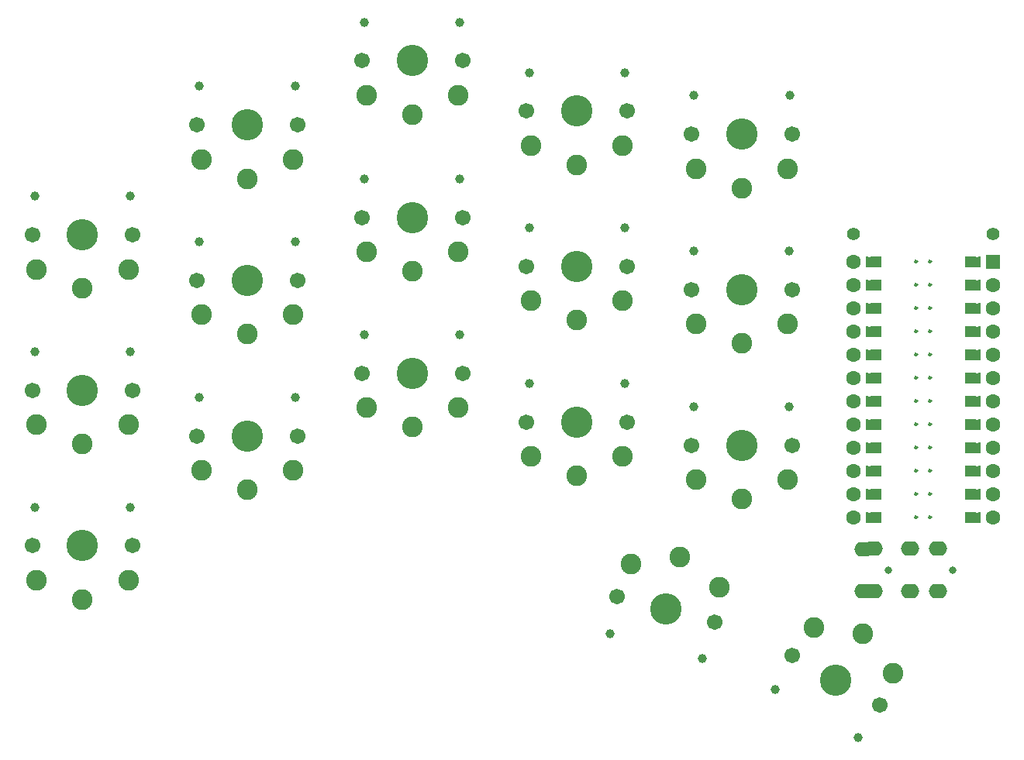
<source format=gbr>
%TF.GenerationSoftware,KiCad,Pcbnew,7.0.2*%
%TF.CreationDate,2023-04-26T17:48:06+02:00*%
%TF.ProjectId,half-swept,68616c66-2d73-4776-9570-742e6b696361,rev?*%
%TF.SameCoordinates,Original*%
%TF.FileFunction,Soldermask,Bot*%
%TF.FilePolarity,Negative*%
%FSLAX46Y46*%
G04 Gerber Fmt 4.6, Leading zero omitted, Abs format (unit mm)*
G04 Created by KiCad (PCBNEW 7.0.2) date 2023-04-26 17:48:06*
%MOMM*%
%LPD*%
G01*
G04 APERTURE LIST*
G04 Aperture macros list*
%AMFreePoly0*
4,1,6,0.600000,0.200000,0.000000,-0.400000,-0.600000,0.200000,-0.600000,0.400000,0.600000,0.400000,0.600000,0.200000,0.600000,0.200000,$1*%
%AMFreePoly1*
4,1,6,0.600000,-0.250000,-0.600000,-0.250000,-0.600000,1.000000,0.000000,0.400000,0.600000,1.000000,0.600000,-0.250000,0.600000,-0.250000,$1*%
G04 Aperture macros list end*
%ADD10C,0.250000*%
%ADD11C,0.100000*%
%ADD12C,1.397000*%
%ADD13C,0.800000*%
%ADD14O,2.000000X1.600000*%
%ADD15C,1.701800*%
%ADD16C,0.990600*%
%ADD17C,3.429000*%
%ADD18C,2.262000*%
%ADD19C,1.600000*%
%ADD20R,1.600000X1.600000*%
%ADD21FreePoly0,270.000000*%
%ADD22FreePoly0,90.000000*%
%ADD23FreePoly1,270.000000*%
%ADD24FreePoly1,90.000000*%
G04 APERTURE END LIST*
D10*
%TO.C,U1*%
X119759000Y-49022000D02*
G75*
G03*
X119759000Y-49022000I-125000J0D01*
G01*
X118235000Y-49022000D02*
G75*
G03*
X118235000Y-49022000I-125000J0D01*
G01*
X119759000Y-51562000D02*
G75*
G03*
X119759000Y-51562000I-125000J0D01*
G01*
X118235000Y-51562000D02*
G75*
G03*
X118235000Y-51562000I-125000J0D01*
G01*
X119759000Y-54102000D02*
G75*
G03*
X119759000Y-54102000I-125000J0D01*
G01*
X118235000Y-54102000D02*
G75*
G03*
X118235000Y-54102000I-125000J0D01*
G01*
X119759000Y-56642000D02*
G75*
G03*
X119759000Y-56642000I-125000J0D01*
G01*
X118235000Y-56642000D02*
G75*
G03*
X118235000Y-56642000I-125000J0D01*
G01*
X119759000Y-59182000D02*
G75*
G03*
X119759000Y-59182000I-125000J0D01*
G01*
X118235000Y-59182000D02*
G75*
G03*
X118235000Y-59182000I-125000J0D01*
G01*
X119759000Y-61722000D02*
G75*
G03*
X119759000Y-61722000I-125000J0D01*
G01*
X118235000Y-61722000D02*
G75*
G03*
X118235000Y-61722000I-125000J0D01*
G01*
X119759000Y-64262000D02*
G75*
G03*
X119759000Y-64262000I-125000J0D01*
G01*
X118235000Y-64262000D02*
G75*
G03*
X118235000Y-64262000I-125000J0D01*
G01*
X119759000Y-66802000D02*
G75*
G03*
X119759000Y-66802000I-125000J0D01*
G01*
X118235000Y-66802000D02*
G75*
G03*
X118235000Y-66802000I-125000J0D01*
G01*
X119759000Y-69342000D02*
G75*
G03*
X119759000Y-69342000I-125000J0D01*
G01*
X118235000Y-69342000D02*
G75*
G03*
X118235000Y-69342000I-125000J0D01*
G01*
X119759000Y-71882000D02*
G75*
G03*
X119759000Y-71882000I-125000J0D01*
G01*
X118235000Y-71882000D02*
G75*
G03*
X118235000Y-71882000I-125000J0D01*
G01*
X119759000Y-74422000D02*
G75*
G03*
X119759000Y-74422000I-125000J0D01*
G01*
X118235000Y-74422000D02*
G75*
G03*
X118235000Y-74422000I-125000J0D01*
G01*
X119759000Y-76962000D02*
G75*
G03*
X119759000Y-76962000I-125000J0D01*
G01*
X118235000Y-76962000D02*
G75*
G03*
X118235000Y-76962000I-125000J0D01*
G01*
D11*
X113792000Y-49530000D02*
X112776000Y-49530000D01*
X112776000Y-48514000D01*
X113792000Y-48514000D01*
X113792000Y-49530000D01*
G36*
X113792000Y-49530000D02*
G01*
X112776000Y-49530000D01*
X112776000Y-48514000D01*
X113792000Y-48514000D01*
X113792000Y-49530000D01*
G37*
X124968000Y-49530000D02*
X123952000Y-49530000D01*
X123952000Y-48514000D01*
X124968000Y-48514000D01*
X124968000Y-49530000D01*
G36*
X124968000Y-49530000D02*
G01*
X123952000Y-49530000D01*
X123952000Y-48514000D01*
X124968000Y-48514000D01*
X124968000Y-49530000D01*
G37*
X113792000Y-52070000D02*
X112776000Y-52070000D01*
X112776000Y-51054000D01*
X113792000Y-51054000D01*
X113792000Y-52070000D01*
G36*
X113792000Y-52070000D02*
G01*
X112776000Y-52070000D01*
X112776000Y-51054000D01*
X113792000Y-51054000D01*
X113792000Y-52070000D01*
G37*
X124968000Y-52070000D02*
X123952000Y-52070000D01*
X123952000Y-51054000D01*
X124968000Y-51054000D01*
X124968000Y-52070000D01*
G36*
X124968000Y-52070000D02*
G01*
X123952000Y-52070000D01*
X123952000Y-51054000D01*
X124968000Y-51054000D01*
X124968000Y-52070000D01*
G37*
X113792000Y-54610000D02*
X112776000Y-54610000D01*
X112776000Y-53594000D01*
X113792000Y-53594000D01*
X113792000Y-54610000D01*
G36*
X113792000Y-54610000D02*
G01*
X112776000Y-54610000D01*
X112776000Y-53594000D01*
X113792000Y-53594000D01*
X113792000Y-54610000D01*
G37*
X124968000Y-54610000D02*
X123952000Y-54610000D01*
X123952000Y-53594000D01*
X124968000Y-53594000D01*
X124968000Y-54610000D01*
G36*
X124968000Y-54610000D02*
G01*
X123952000Y-54610000D01*
X123952000Y-53594000D01*
X124968000Y-53594000D01*
X124968000Y-54610000D01*
G37*
X113792000Y-57150000D02*
X112776000Y-57150000D01*
X112776000Y-56134000D01*
X113792000Y-56134000D01*
X113792000Y-57150000D01*
G36*
X113792000Y-57150000D02*
G01*
X112776000Y-57150000D01*
X112776000Y-56134000D01*
X113792000Y-56134000D01*
X113792000Y-57150000D01*
G37*
X124968000Y-57150000D02*
X123952000Y-57150000D01*
X123952000Y-56134000D01*
X124968000Y-56134000D01*
X124968000Y-57150000D01*
G36*
X124968000Y-57150000D02*
G01*
X123952000Y-57150000D01*
X123952000Y-56134000D01*
X124968000Y-56134000D01*
X124968000Y-57150000D01*
G37*
X113792000Y-59690000D02*
X112776000Y-59690000D01*
X112776000Y-58674000D01*
X113792000Y-58674000D01*
X113792000Y-59690000D01*
G36*
X113792000Y-59690000D02*
G01*
X112776000Y-59690000D01*
X112776000Y-58674000D01*
X113792000Y-58674000D01*
X113792000Y-59690000D01*
G37*
X124968000Y-59690000D02*
X123952000Y-59690000D01*
X123952000Y-58674000D01*
X124968000Y-58674000D01*
X124968000Y-59690000D01*
G36*
X124968000Y-59690000D02*
G01*
X123952000Y-59690000D01*
X123952000Y-58674000D01*
X124968000Y-58674000D01*
X124968000Y-59690000D01*
G37*
X113792000Y-62230000D02*
X112776000Y-62230000D01*
X112776000Y-61214000D01*
X113792000Y-61214000D01*
X113792000Y-62230000D01*
G36*
X113792000Y-62230000D02*
G01*
X112776000Y-62230000D01*
X112776000Y-61214000D01*
X113792000Y-61214000D01*
X113792000Y-62230000D01*
G37*
X124968000Y-62230000D02*
X123952000Y-62230000D01*
X123952000Y-61214000D01*
X124968000Y-61214000D01*
X124968000Y-62230000D01*
G36*
X124968000Y-62230000D02*
G01*
X123952000Y-62230000D01*
X123952000Y-61214000D01*
X124968000Y-61214000D01*
X124968000Y-62230000D01*
G37*
X113792000Y-64770000D02*
X112776000Y-64770000D01*
X112776000Y-63754000D01*
X113792000Y-63754000D01*
X113792000Y-64770000D01*
G36*
X113792000Y-64770000D02*
G01*
X112776000Y-64770000D01*
X112776000Y-63754000D01*
X113792000Y-63754000D01*
X113792000Y-64770000D01*
G37*
X124968000Y-64770000D02*
X123952000Y-64770000D01*
X123952000Y-63754000D01*
X124968000Y-63754000D01*
X124968000Y-64770000D01*
G36*
X124968000Y-64770000D02*
G01*
X123952000Y-64770000D01*
X123952000Y-63754000D01*
X124968000Y-63754000D01*
X124968000Y-64770000D01*
G37*
X113792000Y-67310000D02*
X112776000Y-67310000D01*
X112776000Y-66294000D01*
X113792000Y-66294000D01*
X113792000Y-67310000D01*
G36*
X113792000Y-67310000D02*
G01*
X112776000Y-67310000D01*
X112776000Y-66294000D01*
X113792000Y-66294000D01*
X113792000Y-67310000D01*
G37*
X124968000Y-67310000D02*
X123952000Y-67310000D01*
X123952000Y-66294000D01*
X124968000Y-66294000D01*
X124968000Y-67310000D01*
G36*
X124968000Y-67310000D02*
G01*
X123952000Y-67310000D01*
X123952000Y-66294000D01*
X124968000Y-66294000D01*
X124968000Y-67310000D01*
G37*
X113792000Y-69850000D02*
X112776000Y-69850000D01*
X112776000Y-68834000D01*
X113792000Y-68834000D01*
X113792000Y-69850000D01*
G36*
X113792000Y-69850000D02*
G01*
X112776000Y-69850000D01*
X112776000Y-68834000D01*
X113792000Y-68834000D01*
X113792000Y-69850000D01*
G37*
X124968000Y-69850000D02*
X123952000Y-69850000D01*
X123952000Y-68834000D01*
X124968000Y-68834000D01*
X124968000Y-69850000D01*
G36*
X124968000Y-69850000D02*
G01*
X123952000Y-69850000D01*
X123952000Y-68834000D01*
X124968000Y-68834000D01*
X124968000Y-69850000D01*
G37*
X113792000Y-72390000D02*
X112776000Y-72390000D01*
X112776000Y-71374000D01*
X113792000Y-71374000D01*
X113792000Y-72390000D01*
G36*
X113792000Y-72390000D02*
G01*
X112776000Y-72390000D01*
X112776000Y-71374000D01*
X113792000Y-71374000D01*
X113792000Y-72390000D01*
G37*
X124968000Y-72390000D02*
X123952000Y-72390000D01*
X123952000Y-71374000D01*
X124968000Y-71374000D01*
X124968000Y-72390000D01*
G36*
X124968000Y-72390000D02*
G01*
X123952000Y-72390000D01*
X123952000Y-71374000D01*
X124968000Y-71374000D01*
X124968000Y-72390000D01*
G37*
X113792000Y-74930000D02*
X112776000Y-74930000D01*
X112776000Y-73914000D01*
X113792000Y-73914000D01*
X113792000Y-74930000D01*
G36*
X113792000Y-74930000D02*
G01*
X112776000Y-74930000D01*
X112776000Y-73914000D01*
X113792000Y-73914000D01*
X113792000Y-74930000D01*
G37*
X124968000Y-74930000D02*
X123952000Y-74930000D01*
X123952000Y-73914000D01*
X124968000Y-73914000D01*
X124968000Y-74930000D01*
G36*
X124968000Y-74930000D02*
G01*
X123952000Y-74930000D01*
X123952000Y-73914000D01*
X124968000Y-73914000D01*
X124968000Y-74930000D01*
G37*
X113792000Y-77470000D02*
X112776000Y-77470000D01*
X112776000Y-76454000D01*
X113792000Y-76454000D01*
X113792000Y-77470000D01*
G36*
X113792000Y-77470000D02*
G01*
X112776000Y-77470000D01*
X112776000Y-76454000D01*
X113792000Y-76454000D01*
X113792000Y-77470000D01*
G37*
X124968000Y-77470000D02*
X123952000Y-77470000D01*
X123952000Y-76454000D01*
X124968000Y-76454000D01*
X124968000Y-77470000D01*
G36*
X124968000Y-77470000D02*
G01*
X123952000Y-77470000D01*
X123952000Y-76454000D01*
X124968000Y-76454000D01*
X124968000Y-77470000D01*
G37*
%TD*%
D12*
%TO.C,B+*%
X126492000Y-45974000D03*
%TD*%
%TO.C,B-*%
X111252000Y-45974000D03*
%TD*%
D13*
%TO.C,J2*%
X122098000Y-82750000D03*
X115098000Y-82750000D03*
D14*
X117478000Y-80420000D03*
X117498000Y-85050000D03*
X120478000Y-80420000D03*
X120498000Y-85050000D03*
X112398000Y-80450000D03*
X112378000Y-85020000D03*
X113478000Y-80420000D03*
X113498000Y-85050000D03*
%TD*%
D15*
%TO.C,SW1*%
X21580000Y-46080000D03*
D16*
X21860000Y-41880000D03*
D17*
X27080000Y-46080000D03*
D16*
X32300000Y-41880000D03*
D15*
X32580000Y-46080000D03*
D18*
X27080000Y-51980000D03*
X22080000Y-49880000D03*
X32080000Y-49880000D03*
%TD*%
D15*
%TO.C,SW2*%
X39580000Y-34080000D03*
D16*
X39860000Y-29880000D03*
D17*
X45080000Y-34080000D03*
D16*
X50300000Y-29880000D03*
D15*
X50580000Y-34080000D03*
D18*
X45080000Y-39980000D03*
X40080000Y-37880000D03*
X50080000Y-37880000D03*
%TD*%
D15*
%TO.C,SW3*%
X57580000Y-27080000D03*
D16*
X57860000Y-22880000D03*
D17*
X63080000Y-27080000D03*
D16*
X68300000Y-22880000D03*
D15*
X68580000Y-27080000D03*
D18*
X63080000Y-32980000D03*
X58080000Y-30880000D03*
X68080000Y-30880000D03*
%TD*%
D15*
%TO.C,SW4*%
X75580000Y-32580000D03*
D16*
X75860000Y-28380000D03*
D17*
X81080000Y-32580000D03*
D16*
X86300000Y-28380000D03*
D15*
X86580000Y-32580000D03*
D18*
X81080000Y-38480000D03*
X76080000Y-36380000D03*
X86080000Y-36380000D03*
%TD*%
D15*
%TO.C,SW5*%
X93580000Y-35080000D03*
D16*
X93860000Y-30880000D03*
D17*
X99080000Y-35080000D03*
D16*
X104300000Y-30880000D03*
D15*
X104580000Y-35080000D03*
D18*
X99080000Y-40980000D03*
X94080000Y-38880000D03*
X104080000Y-38880000D03*
%TD*%
D15*
%TO.C,SW6*%
X21580000Y-63080000D03*
D16*
X21860000Y-58880000D03*
D17*
X27080000Y-63080000D03*
D16*
X32300000Y-58880000D03*
D15*
X32580000Y-63080000D03*
D18*
X27080000Y-68980000D03*
X22080000Y-66880000D03*
X32080000Y-66880000D03*
%TD*%
D15*
%TO.C,SW7*%
X39580000Y-51054000D03*
D16*
X39860000Y-46854000D03*
D17*
X45080000Y-51054000D03*
D16*
X50300000Y-46854000D03*
D15*
X50580000Y-51054000D03*
D18*
X45080000Y-56954000D03*
X40080000Y-54854000D03*
X50080000Y-54854000D03*
%TD*%
D15*
%TO.C,SW8*%
X57580000Y-44196000D03*
D16*
X57860000Y-39996000D03*
D17*
X63080000Y-44196000D03*
D16*
X68300000Y-39996000D03*
D15*
X68580000Y-44196000D03*
D18*
X63080000Y-50096000D03*
X58080000Y-47996000D03*
X68080000Y-47996000D03*
%TD*%
D15*
%TO.C,SW9*%
X75580000Y-49530000D03*
D16*
X75860000Y-45330000D03*
D17*
X81080000Y-49530000D03*
D16*
X86300000Y-45330000D03*
D15*
X86580000Y-49530000D03*
D18*
X81080000Y-55430000D03*
X76080000Y-53330000D03*
X86080000Y-53330000D03*
%TD*%
D15*
%TO.C,SW10*%
X93560000Y-52070000D03*
D16*
X93840000Y-47870000D03*
D17*
X99060000Y-52070000D03*
D16*
X104280000Y-47870000D03*
D15*
X104560000Y-52070000D03*
D18*
X99060000Y-57970000D03*
X94060000Y-55870000D03*
X104060000Y-55870000D03*
%TD*%
D15*
%TO.C,SW11*%
X21580000Y-80080000D03*
D16*
X21860000Y-75880000D03*
D17*
X27080000Y-80080000D03*
D16*
X32300000Y-75880000D03*
D15*
X32580000Y-80080000D03*
D18*
X27080000Y-85980000D03*
X22080000Y-83880000D03*
X32080000Y-83880000D03*
%TD*%
D15*
%TO.C,SW12*%
X39580000Y-68072000D03*
D16*
X39860000Y-63872000D03*
D17*
X45080000Y-68072000D03*
D16*
X50300000Y-63872000D03*
D15*
X50580000Y-68072000D03*
D18*
X45080000Y-73972000D03*
X40080000Y-71872000D03*
X50080000Y-71872000D03*
%TD*%
D15*
%TO.C,SW13*%
X57580000Y-61214000D03*
D16*
X57860000Y-57014000D03*
D17*
X63080000Y-61214000D03*
D16*
X68300000Y-57014000D03*
D15*
X68580000Y-61214000D03*
D18*
X63080000Y-67114000D03*
X58080000Y-65014000D03*
X68080000Y-65014000D03*
%TD*%
D15*
%TO.C,SW14*%
X75580000Y-66548000D03*
D16*
X75860000Y-62348000D03*
D17*
X81080000Y-66548000D03*
D16*
X86300000Y-62348000D03*
D15*
X86580000Y-66548000D03*
D18*
X81080000Y-72448000D03*
X76080000Y-70348000D03*
X86080000Y-70348000D03*
%TD*%
D15*
%TO.C,SW15*%
X93560000Y-69088000D03*
D16*
X93840000Y-64888000D03*
D17*
X99060000Y-69088000D03*
D16*
X104280000Y-64888000D03*
D15*
X104560000Y-69088000D03*
D18*
X99060000Y-74988000D03*
X94060000Y-72888000D03*
X104060000Y-72888000D03*
%TD*%
D15*
%TO.C,SW17*%
X114119140Y-97530000D03*
D16*
X111776653Y-101027307D03*
D17*
X109356000Y-94780000D03*
D16*
X102735347Y-95807307D03*
D15*
X104592860Y-92030000D03*
D18*
X112306000Y-89670450D03*
X115586127Y-93989103D03*
X106925873Y-88989103D03*
%TD*%
D15*
%TO.C,SW16*%
X96108592Y-88453505D03*
D16*
X94751093Y-92437924D03*
D17*
X90796000Y-87030000D03*
D16*
X84666827Y-89735853D03*
D15*
X85483408Y-85606495D03*
D18*
X92323032Y-81331038D03*
X96609142Y-84653577D03*
X86949883Y-82065387D03*
%TD*%
D19*
%TO.C,U1*%
X126492000Y-49022000D03*
D20*
X126492000Y-49022000D03*
D21*
X124714000Y-49022000D03*
D22*
X113030000Y-49022000D03*
D19*
X111252000Y-49022000D03*
X126492000Y-51562000D03*
D21*
X124714000Y-51562000D03*
D22*
X113030000Y-51562000D03*
D19*
X111252000Y-51562000D03*
X126492000Y-54102000D03*
D21*
X124714000Y-54102000D03*
D22*
X113030000Y-54102000D03*
D19*
X111252000Y-54102000D03*
X126492000Y-56642000D03*
D21*
X124714000Y-56642000D03*
D22*
X113030000Y-56642000D03*
D19*
X111252000Y-56642000D03*
X126492000Y-59182000D03*
D21*
X124714000Y-59182000D03*
D22*
X113030000Y-59182000D03*
D19*
X111252000Y-59182000D03*
X126492000Y-61722000D03*
D21*
X124714000Y-61722000D03*
D22*
X113030000Y-61722000D03*
D19*
X111252000Y-61722000D03*
X126492000Y-64262000D03*
D21*
X124714000Y-64262000D03*
D22*
X113030000Y-64262000D03*
D19*
X111252000Y-64262000D03*
X126492000Y-66802000D03*
D21*
X124714000Y-66802000D03*
D22*
X113030000Y-66802000D03*
D19*
X111252000Y-66802000D03*
X126492000Y-69342000D03*
D21*
X124714000Y-69342000D03*
D22*
X113030000Y-69342000D03*
D19*
X111252000Y-69342000D03*
X126492000Y-71882000D03*
D21*
X124714000Y-71882000D03*
D22*
X113030000Y-71882000D03*
D19*
X111252000Y-71882000D03*
X126492000Y-74422000D03*
D21*
X124714000Y-74422000D03*
D22*
X113030000Y-74422000D03*
D19*
X111252000Y-74422000D03*
X126492000Y-76962000D03*
D21*
X124714000Y-76962000D03*
D22*
X113030000Y-76962000D03*
D19*
X111252000Y-76962000D03*
D23*
X123698000Y-49022000D03*
X123698000Y-51562000D03*
X123698000Y-54102000D03*
X123698000Y-56642000D03*
X123698000Y-59182000D03*
X123698000Y-61722000D03*
X123698000Y-64262000D03*
X123698000Y-66802000D03*
X123698000Y-69342000D03*
X123698000Y-71882000D03*
X123698000Y-74422000D03*
X123698000Y-76962000D03*
D24*
X114046000Y-76962000D03*
X114046000Y-74422000D03*
X114046000Y-71882000D03*
X114046000Y-69342000D03*
X114046000Y-66802000D03*
X114046000Y-64262000D03*
X114046000Y-61722000D03*
X114046000Y-59182000D03*
X114046000Y-56642000D03*
X114046000Y-54102000D03*
X114046000Y-51562000D03*
X114046000Y-49022000D03*
%TD*%
M02*

</source>
